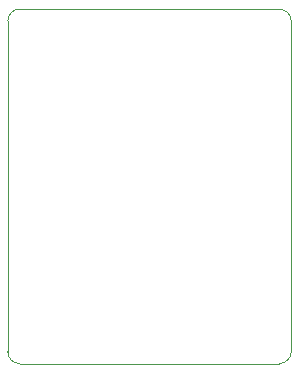
<source format=gbr>
%TF.GenerationSoftware,KiCad,Pcbnew,(6.0.8)*%
%TF.CreationDate,2022-11-21T19:10:27+00:00*%
%TF.ProjectId,m-link-plus,6d2d6c69-6e6b-42d7-906c-75732e6b6963,rev?*%
%TF.SameCoordinates,Original*%
%TF.FileFunction,Profile,NP*%
%FSLAX46Y46*%
G04 Gerber Fmt 4.6, Leading zero omitted, Abs format (unit mm)*
G04 Created by KiCad (PCBNEW (6.0.8)) date 2022-11-21 19:10:27*
%MOMM*%
%LPD*%
G01*
G04 APERTURE LIST*
%TA.AperFunction,Profile*%
%ADD10C,0.100000*%
%TD*%
G04 APERTURE END LIST*
D10*
X103000000Y-81000000D02*
X103000000Y-98000000D01*
X79000000Y-98000000D02*
G75*
G03*
X80000000Y-99000000I1000000J0D01*
G01*
X102000000Y-99000000D02*
X80000000Y-99000000D01*
X79000000Y-70000000D02*
X79000000Y-98000000D01*
X80000000Y-69000000D02*
G75*
G03*
X79000000Y-70000000I0J-1000000D01*
G01*
X102000000Y-99000000D02*
G75*
G03*
X103000000Y-98000000I0J1000000D01*
G01*
X103000000Y-70000000D02*
X103000000Y-81000000D01*
X103000000Y-70000000D02*
G75*
G03*
X102000000Y-69000000I-1000000J0D01*
G01*
X80000000Y-69000000D02*
X102000000Y-69000000D01*
M02*

</source>
